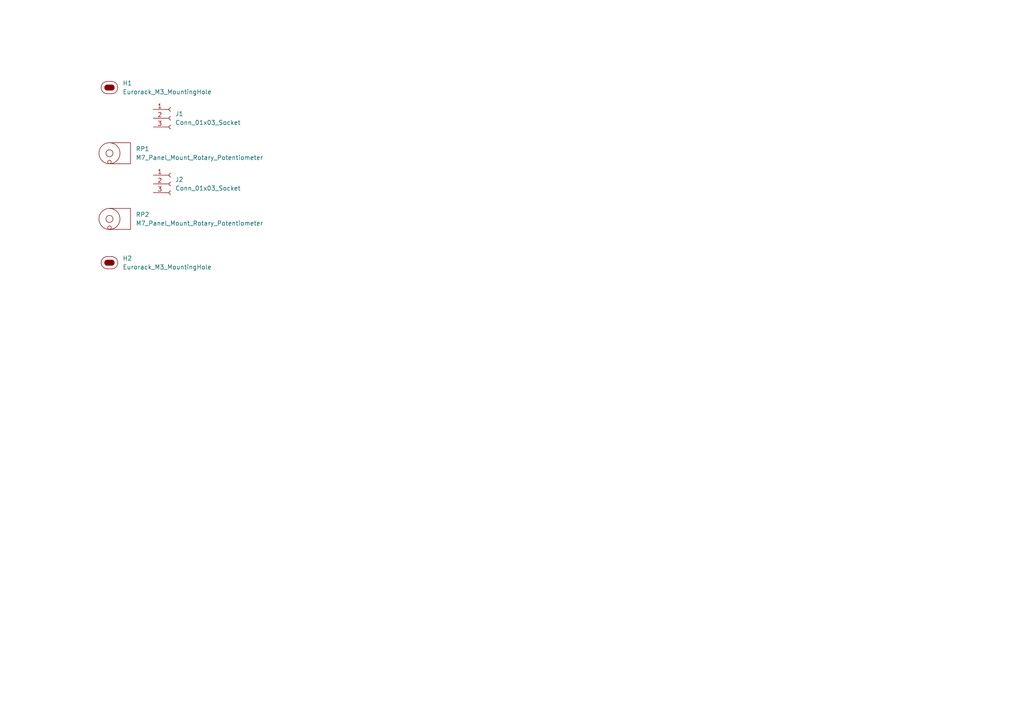
<source format=kicad_sch>
(kicad_sch (version 20231120) (generator "eeschema") (generator_version "8.0")
  (paper "A4")
  (lib_symbols
    (symbol "Connector:Conn_01x03_Socket" (pin_names (offset 1.016) hide)
      (property "Reference" "J" (at 0 5.08 0))
      (property "Value" "Conn_01x03_Socket" (at 0 -5.08 0))
      (symbol "Conn_01x03_Socket_1_1"
        (arc (start 0 -2.032) (mid -0.5058 -2.54) (end 0 -3.048) (stroke (width 0.1524)))
        (polyline (pts (xy -1.27 -2.54) (xy -0.508 -2.54)) (stroke (width 0.1524)))
        (polyline (pts (xy -1.27 0) (xy -0.508 0)) (stroke (width 0.1524)))
        (polyline (pts (xy -1.27 2.54) (xy -0.508 2.54)) (stroke (width 0.1524)))
        (arc (start 0 0.508) (mid -0.5058 0) (end 0 -0.508) (stroke (width 0.1524)))
        (arc (start 0 3.048) (mid -0.5058 2.54) (end 0 2.032) (stroke (width 0.1524)))
        (pin passive line (at -5.08 2.54 0) (length 3.81) (name "Pin_1") (number "1"))
        (pin passive line (at -5.08 0 0) (length 3.81) (name "Pin_2") (number "2"))
        (pin passive line (at -5.08 -2.54 0) (length 3.81) (name "Pin_3") (number "3"))
      )
    )
    (symbol "EXC:Eurorack_M3_MountingHole" (pin_names (offset 1.016)) (exclude_from_sim yes) (in_bom no)
      (property "Reference" "H" (at 0 5.08 0))
      (property "Value" "Eurorack_M3_MountingHole" (at 0 3.175 0))
      (symbol "Eurorack_M3_MountingHole_0_1"
        (circle (center -0.635 0) (radius 0.762) (fill (type outline)))
        (arc (start -0.635 0.762) (mid -1.397 0) (end -0.635 -0.762))
        (arc (start -0.635 1.778) (mid -2.413 0) (end -0.635 -1.778))
        (polyline (pts (xy -0.635 -1.778) (xy 0.635 -1.778)))
        (polyline (pts (xy -0.635 -0.762) (xy 0.635 -0.762)))
        (polyline (pts (xy -0.635 0.762) (xy 0.635 0.762)))
        (polyline (pts (xy 0.635 1.778) (xy -0.635 1.778)))
        (circle (center 0 0) (radius 0.762) (fill (type outline)))
        (arc (start 0.6141 -1.778) (mid 2.4131 0) (end 0.6141 1.778))
        (arc (start 0.6227 -0.762) (mid 1.3971 0) (end 0.6227 0.762))
        (circle (center 0.635 0) (radius 0.762) (fill (type outline)))
      )
    )
    (symbol "EXC:Rotary_Potentiometer_M7_Panel_Mount"
      (property "Reference" "RP" (at 0 4.064 0))
      (property "Value" "M7_Panel_Mount_Rotary_Potentiometer" (at 0 -4.318 0))
      (symbol "Rotary_Potentiometer_M7_Panel_Mount_0_1"
        (circle (center 0 -2.54) (radius 0.508))
        (polyline (pts (xy 0 3.048) (xy 6.096 3.048) (xy 6.096 -3.048) (xy 0 -3.048)))
        (circle (center 0 0) (radius 1.016))
        (circle (center 0 0) (radius 3.048))
      )
    )
  )
  (symbol (lib_id "EXC:Eurorack_M3_MountingHole") (at 31.75 76.2 0) (unit 1) (exclude_from_sim yes) (in_bom no)
    (property "Reference" "H2" (at 35.56 74.9299 0) (effects (justify left)))
    (property "Value" "Eurorack_M3_MountingHole" (at 35.56 77.4699 0) (effects (justify left)))
    (property "Footprint" "EXC:MountingHole_3.2mm_M3" (effects (hide yes)))
    (property "Description" "Mounting Hole without connection" (effects (hide yes)))
  )
  (symbol (lib_id "EXC:Rotary_Potentiometer_M7_Panel_Mount") (at 31.75 44.45 0) (unit 1)
    (property "Reference" "RP1" (at 39.37 43.1799 0) (effects (justify left)))
    (property "Value" "M7_Panel_Mount_Rotary_Potentiometer" (at 39.37 45.7199 0) (effects (justify left)))
    (property "Footprint" "EXC:Rotary_Potentiometer_M7_Panel_Mount" (effects (hide yes)))
    (property "Datasheet" "https://cdn-shop.adafruit.com/product-files/562/p160.pdf" (effects (hide yes)))
    (property "Description" "An M7 panel-mounted linear potentiometer" (effects (hide yes)))
    (property "Source" "https://www.adafruit.com/product/562" (effects (hide yes)))
  )
  (symbol (lib_id "EXC:Eurorack_M3_MountingHole") (at 31.75 25.4 0) (unit 1) (exclude_from_sim yes) (in_bom no)
    (property "Reference" "H1" (at 35.56 24.1299 0) (effects (justify left)))
    (property "Value" "Eurorack_M3_MountingHole" (at 35.56 26.6699 0) (effects (justify left)))
    (property "Footprint" "EXC:MountingHole_3.2mm_M3" (effects (hide yes)))
    (property "Description" "Mounting Hole without connection" (effects (hide yes)))
  )
  (symbol (lib_id "EXC:Rotary_Potentiometer_M7_Panel_Mount") (at 31.75 63.5 0) (unit 1)
    (property "Reference" "RP2" (at 39.37 62.2299 0) (effects (justify left)))
    (property "Value" "M7_Panel_Mount_Rotary_Potentiometer" (at 39.37 64.7699 0) (effects (justify left)))
    (property "Footprint" "EXC:Rotary_Potentiometer_M7_Panel_Mount" (effects (hide yes)))
    (property "Datasheet" "https://cdn-shop.adafruit.com/product-files/562/p160.pdf" (effects (hide yes)))
    (property "Description" "An M7 panel-mounted linear potentiometer" (effects (hide yes)))
    (property "Source" "https://www.adafruit.com/product/562" (effects (hide yes)))
  )
  (symbol (lib_id "Connector:Conn_01x03_Socket") (at 49.53 53.34 0) (unit 1)
    (property "Reference" "J2" (at 50.8 52.0699 0) (effects (justify left)))
    (property "Value" "Conn_01x03_Socket" (at 50.8 54.6099 0) (effects (justify left)))
    (property "Footprint" "Connector_PinSocket_2.54mm:PinSocket_1x03_P2.54mm_Vertical" (effects (hide yes)))
    (property "Description" "Generic connector, single row, 01x03, script generated" (effects (hide yes)))
  )
  (symbol (lib_id "Connector:Conn_01x03_Socket") (at 49.53 34.29 0) (unit 1)
    (property "Reference" "J1" (at 50.8 33.0199 0) (effects (justify left)))
    (property "Value" "Conn_01x03_Socket" (at 50.8 35.5599 0) (effects (justify left)))
    (property "Footprint" "Connector_PinSocket_2.54mm:PinSocket_1x03_P2.54mm_Vertical" (effects (hide yes)))
    (property "Description" "Generic connector, single row, 01x03, script generated" (effects (hide yes)))
  )
)
</source>
